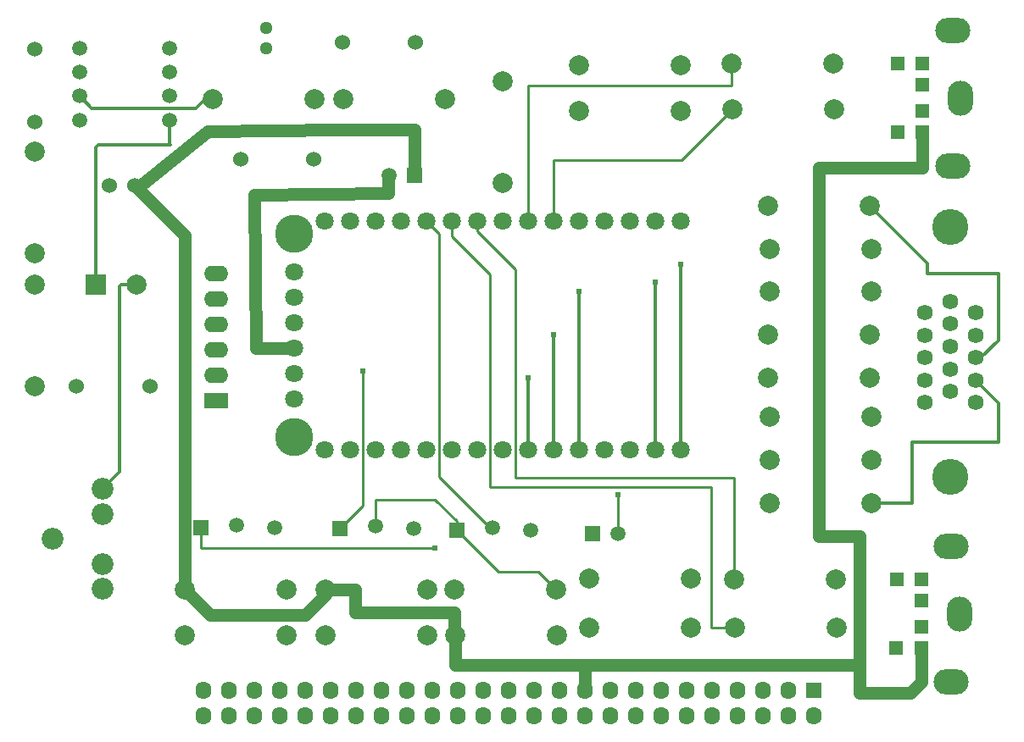
<source format=gtl>
G04 Layer: TopLayer*
G04 EasyEDA v6.5.39, 2024-10-15 13:45:21*
G04 028e3914a6f949ed9ca799ef75e4ed4f,10*
G04 Gerber Generator version 0.2*
G04 Scale: 100 percent, Rotated: No, Reflected: No *
G04 Dimensions in inches *
G04 leading zeros omitted , absolute positions ,3 integer and 6 decimal *
%FSLAX36Y36*%
%MOIN*%

%ADD10C,0.0500*%
%ADD11C,0.0100*%
%ADD12C,0.0120*%
%ADD13R,0.0591X0.0591*%
%ADD14C,0.0591*%
%ADD15C,0.0787*%
%ADD16O,0.094488X0.06299199999999999*%
%ADD17R,0.0945X0.0630*%
%ADD18C,0.0590*%
%ADD19R,0.0590X0.0590*%
%ADD20C,0.1417*%
%ADD21C,0.0627*%
%ADD22C,0.0600*%
%ADD23C,0.0512*%
%ADD24R,0.0787X0.0787*%
%ADD25C,0.0860*%
%ADD26C,0.0598*%
%ADD27C,0.0709*%
%ADD28C,0.1500*%
%ADD29O,0.062X0.07*%
%ADD30R,0.0620X0.0620*%
%ADD31O,0.138X0.1*%
%ADD32O,0.1X0.138*%
%ADD33R,0.0560X0.0560*%
%ADD34C,0.0240*%
%ADD35C,0.0200*%

%LPD*%
D10*
X2250000Y-2700000D02*
G01*
X2250000Y-2600000D01*
X3330000Y-2600000D02*
G01*
X3330000Y-2710000D01*
X3530000Y-2710000D01*
X3571999Y-2668000D01*
X3571999Y-2534000D01*
X2250000Y-2600000D02*
G01*
X3330000Y-2600000D01*
X3330000Y-2095000D01*
X3170000Y-2095000D01*
X3170000Y-645000D01*
X3575000Y-645000D01*
X3576999Y-504000D01*
D11*
X1660000Y-2140000D02*
G01*
X740000Y-2140000D01*
X740000Y-2060000D01*
X2380000Y-1930000D02*
G01*
X2380000Y-2085000D01*
X1375000Y-1445000D02*
G01*
X1375000Y-1975000D01*
X1285000Y-2065000D01*
D12*
X2625000Y-1755000D02*
G01*
X2625000Y-1025000D01*
X326260Y-1105000D02*
G01*
X325000Y-1103739D01*
X325000Y-565000D01*
X335000Y-555000D01*
X620000Y-555000D01*
X617159Y-552159D01*
X617159Y-456730D01*
X353499Y-1908000D02*
G01*
X420000Y-1841500D01*
X420000Y-1110000D01*
X425000Y-1105000D01*
X487680Y-1105000D01*
X3785000Y-1392150D02*
G01*
X3807849Y-1392150D01*
X3875000Y-1325000D01*
X3875000Y-1060000D01*
X3595000Y-1060000D01*
X3595000Y-1020000D01*
X3370000Y-795000D01*
X3795000Y-1467871D02*
G01*
X3795000Y-1470729D01*
X3785000Y-1480729D01*
X3875000Y-1570729D01*
X3875000Y-1725000D01*
X3535000Y-1725000D01*
X3535000Y-1965000D01*
X3375000Y-1965000D01*
X262829Y-362240D02*
G01*
X310590Y-410000D01*
X720000Y-410000D01*
X755000Y-375000D01*
X785000Y-375000D01*
X2025000Y-1755000D02*
G01*
X2025000Y-1470000D01*
X2125000Y-1755000D02*
G01*
X2125000Y-1300000D01*
X2225000Y-1755000D02*
G01*
X2225000Y-1130000D01*
X2525000Y-1755000D02*
G01*
X2525000Y-1090000D01*
D11*
X2825000Y-235000D02*
G01*
X2825000Y-320000D01*
X2025000Y-320000D01*
X2025000Y-855000D01*
X2830000Y-415000D02*
G01*
X2630000Y-615000D01*
X2125000Y-615000D01*
X2125000Y-855000D01*
X1825000Y-855000D02*
G01*
X1825000Y-895000D01*
X1975000Y-1045000D01*
X1975000Y-1865000D01*
X2835000Y-1865000D01*
X2835000Y-2265000D01*
X1725000Y-855000D02*
G01*
X1725000Y-915000D01*
X1875000Y-1065000D01*
X1875000Y-1900000D01*
X2745000Y-1900000D01*
X2745000Y-2455000D01*
X2840000Y-2455000D01*
X1885000Y-2060000D02*
G01*
X1875000Y-2060000D01*
X1675000Y-1860000D01*
X1675000Y-905000D01*
X1625000Y-855000D01*
X1745000Y-2070000D02*
G01*
X1745000Y-2035000D01*
X1660000Y-1950000D01*
X1425000Y-1950000D01*
X1425000Y-2055000D01*
X1745000Y-2070000D02*
G01*
X1910000Y-2235000D01*
X2065000Y-2235000D01*
X2135000Y-2305000D01*
D10*
X1740000Y-2485000D02*
G01*
X1740000Y-2600000D01*
X2250000Y-2600000D01*
X1230000Y-2305000D02*
G01*
X1345000Y-2305000D01*
X1345000Y-2395000D01*
X1735000Y-2395000D01*
X1735000Y-2480000D01*
X1740000Y-2485000D01*
X675000Y-2305000D02*
G01*
X775000Y-2405000D01*
X1150000Y-2405000D01*
X1230000Y-2325000D01*
X1230000Y-2305000D01*
X479209Y-715000D02*
G01*
X675000Y-910790D01*
X675000Y-2305000D01*
X1580000Y-675000D02*
G01*
X1580000Y-495000D01*
X1275000Y-495000D01*
X765000Y-500000D01*
X489209Y-725000D01*
X479209Y-715000D01*
X1105000Y-1355000D02*
G01*
X955000Y-1355000D01*
X950000Y-750000D01*
X1475000Y-745000D01*
X1475000Y-680000D01*
X1480000Y-675000D01*
D13*
G01*
X1745000Y-2070000D03*
D14*
G01*
X1885000Y-2060000D03*
G01*
X2035000Y-2070000D03*
D15*
G01*
X1735000Y-2305000D03*
G01*
X2135000Y-2305000D03*
G01*
X1740000Y-2485000D03*
G01*
X2140000Y-2485000D03*
D16*
G01*
X800000Y-1060000D03*
G01*
X800000Y-1160000D03*
G01*
X800000Y-1260000D03*
G01*
X800000Y-1360000D03*
G01*
X800000Y-1460000D03*
D17*
G01*
X800000Y-1560000D03*
D18*
G01*
X2380000Y-2085000D03*
D19*
G01*
X2280000Y-2085000D03*
D18*
G01*
X1480000Y-675000D03*
D19*
G01*
X1580000Y-675000D03*
D20*
G01*
X3685000Y-1862159D03*
G01*
X3685000Y-877899D03*
D21*
G01*
X3585000Y-1569340D03*
G01*
X3585000Y-1480760D03*
G01*
X3585000Y-1392179D03*
G01*
X3585000Y-1303600D03*
G01*
X3585000Y-1215010D03*
G01*
X3685000Y-1525050D03*
G01*
X3685000Y-1436469D03*
G01*
X3685000Y-1347890D03*
G01*
X3685000Y-1259310D03*
G01*
X3685000Y-1170720D03*
G01*
X3785000Y-1569340D03*
G01*
X3785000Y-1480760D03*
G01*
X3785000Y-1392179D03*
G01*
X3785000Y-1303600D03*
G01*
X3785000Y-1215010D03*
D22*
G01*
X1583699Y-150000D03*
G01*
X1296300Y-150000D03*
G01*
X896300Y-610000D03*
G01*
X1183699Y-610000D03*
G01*
X85000Y-176300D03*
G01*
X85000Y-463699D03*
G01*
X251300Y-1505000D03*
G01*
X538699Y-1505000D03*
D23*
G01*
X995000Y-95630D03*
G01*
X995000Y-174369D03*
D22*
G01*
X479209Y-715000D03*
G01*
X380790Y-715000D03*
D24*
G01*
X326260Y-1105000D03*
D15*
G01*
X487680Y-1105000D03*
D25*
G01*
X156500Y-2105000D03*
G01*
X353499Y-2006999D03*
G01*
X353499Y-1908000D03*
G01*
X353499Y-2203000D03*
G01*
X353499Y-2301999D03*
D26*
G01*
X262829Y-173270D03*
G01*
X262829Y-267759D03*
G01*
X262829Y-362240D03*
G01*
X262829Y-456729D03*
G01*
X617159Y-456729D03*
G01*
X617159Y-362240D03*
G01*
X617159Y-267759D03*
G01*
X617159Y-173270D03*
D27*
G01*
X1225000Y-1755000D03*
G01*
X1325000Y-1755000D03*
G01*
X1425000Y-1755000D03*
G01*
X1525000Y-1755000D03*
G01*
X1625000Y-1755000D03*
G01*
X1725000Y-1755000D03*
G01*
X1825000Y-1755000D03*
G01*
X1925000Y-1755000D03*
G01*
X2025000Y-1755000D03*
G01*
X2125000Y-1755000D03*
G01*
X2225000Y-1755000D03*
G01*
X2325000Y-1755000D03*
G01*
X2425000Y-1755000D03*
G01*
X2525000Y-1755000D03*
G01*
X2625000Y-1755000D03*
G01*
X2625000Y-855000D03*
G01*
X2525000Y-855000D03*
G01*
X2425000Y-855000D03*
G01*
X2325000Y-855000D03*
G01*
X2225000Y-855000D03*
G01*
X2125000Y-855000D03*
G01*
X2025000Y-855000D03*
G01*
X1925000Y-855000D03*
G01*
X1825000Y-855000D03*
G01*
X1725000Y-855000D03*
G01*
X1625000Y-855000D03*
G01*
X1525000Y-855000D03*
G01*
X1425000Y-855000D03*
G01*
X1325000Y-855000D03*
G01*
X1225000Y-855000D03*
G01*
X1105000Y-1055000D03*
G01*
X1105000Y-1155000D03*
G01*
X1105000Y-1255000D03*
G01*
X1105000Y-1355000D03*
G01*
X1105000Y-1455000D03*
G01*
X1105000Y-1555000D03*
D28*
G01*
X1105000Y-905000D03*
G01*
X1105000Y-1705000D03*
D29*
G01*
X2950000Y-2800000D03*
G01*
X2950000Y-2700000D03*
G01*
X3050000Y-2800000D03*
G01*
X3050000Y-2700000D03*
G01*
X3150000Y-2800000D03*
D30*
G01*
X3150000Y-2700000D03*
D29*
G01*
X2850000Y-2700000D03*
G01*
X2850000Y-2800000D03*
G01*
X2750000Y-2700000D03*
G01*
X2750000Y-2800000D03*
G01*
X2650000Y-2700000D03*
G01*
X2650000Y-2800000D03*
G01*
X2550000Y-2700000D03*
G01*
X2550000Y-2800000D03*
G01*
X2450000Y-2700000D03*
G01*
X2450000Y-2800000D03*
G01*
X2350000Y-2700000D03*
G01*
X2350000Y-2800000D03*
G01*
X2250000Y-2700000D03*
G01*
X2250000Y-2800000D03*
G01*
X2150000Y-2700000D03*
G01*
X2150000Y-2800000D03*
G01*
X2050000Y-2700000D03*
G01*
X2050000Y-2800000D03*
G01*
X1950000Y-2700000D03*
G01*
X1950000Y-2800000D03*
G01*
X1850000Y-2800000D03*
G01*
X1750000Y-2800000D03*
G01*
X1850000Y-2700000D03*
G01*
X1750000Y-2700000D03*
G01*
X1650000Y-2700000D03*
G01*
X1550000Y-2700000D03*
G01*
X1450000Y-2700000D03*
G01*
X1350000Y-2700000D03*
G01*
X1250000Y-2700000D03*
G01*
X1150000Y-2700000D03*
G01*
X1050000Y-2700000D03*
G01*
X950000Y-2700000D03*
G01*
X850000Y-2700000D03*
G01*
X750000Y-2700000D03*
G01*
X1650000Y-2800000D03*
G01*
X1550000Y-2800000D03*
G01*
X1450000Y-2800000D03*
G01*
X1350000Y-2800000D03*
G01*
X1250000Y-2800000D03*
G01*
X1150000Y-2800000D03*
G01*
X1050000Y-2800000D03*
G01*
X950000Y-2800000D03*
G01*
X850000Y-2800000D03*
G01*
X750000Y-2800000D03*
D31*
G01*
X3695000Y-638000D03*
G01*
X3695000Y-104000D03*
D32*
G01*
X3726999Y-370000D03*
D33*
G01*
X3576999Y-420999D03*
G01*
X3576999Y-319000D03*
G01*
X3576999Y-235999D03*
G01*
X3576999Y-504000D03*
G01*
X3478999Y-504000D03*
G01*
X3481000Y-235999D03*
D31*
G01*
X3690000Y-2668000D03*
G01*
X3690000Y-2134000D03*
D32*
G01*
X3721999Y-2400000D03*
D33*
G01*
X3571999Y-2450999D03*
G01*
X3571999Y-2349000D03*
G01*
X3571999Y-2265999D03*
G01*
X3571999Y-2534000D03*
G01*
X3473999Y-2534000D03*
G01*
X3476000Y-2265999D03*
D13*
G01*
X1285000Y-2065000D03*
D14*
G01*
X1425000Y-2055000D03*
G01*
X1575000Y-2065000D03*
D13*
G01*
X740000Y-2060000D03*
D14*
G01*
X880000Y-2050000D03*
G01*
X1030000Y-2060000D03*
D15*
G01*
X3370000Y-795000D03*
G01*
X2970000Y-795000D03*
G01*
X3375000Y-1965000D03*
G01*
X2975000Y-1965000D03*
G01*
X3375000Y-1130000D03*
G01*
X2975000Y-1130000D03*
G01*
X3375000Y-965000D03*
G01*
X2975000Y-965000D03*
G01*
X3370000Y-1470000D03*
G01*
X2970000Y-1470000D03*
G01*
X3370000Y-1300000D03*
G01*
X2970000Y-1300000D03*
G01*
X3375000Y-1795000D03*
G01*
X2975000Y-1795000D03*
G01*
X3375000Y-1625000D03*
G01*
X2975000Y-1625000D03*
G01*
X1230000Y-2485000D03*
G01*
X1630000Y-2485000D03*
G01*
X1230000Y-2305000D03*
G01*
X1630000Y-2305000D03*
G01*
X1075000Y-2485000D03*
G01*
X675000Y-2485000D03*
G01*
X675000Y-2305000D03*
G01*
X1075000Y-2305000D03*
G01*
X3230000Y-415000D03*
G01*
X2830000Y-415000D03*
G01*
X3225000Y-235000D03*
G01*
X2825000Y-235000D03*
G01*
X3240000Y-2455000D03*
G01*
X2840000Y-2455000D03*
G01*
X3235000Y-2265000D03*
G01*
X2835000Y-2265000D03*
G01*
X2625000Y-420000D03*
G01*
X2225000Y-420000D03*
G01*
X2625000Y-240000D03*
G01*
X2225000Y-240000D03*
G01*
X2665000Y-2455000D03*
G01*
X2265000Y-2455000D03*
G01*
X2665000Y-2260000D03*
G01*
X2265000Y-2260000D03*
G01*
X1925000Y-705000D03*
G01*
X1925000Y-305000D03*
G01*
X1700000Y-375000D03*
G01*
X1300000Y-375000D03*
G01*
X785000Y-375000D03*
G01*
X1185000Y-375000D03*
G01*
X85000Y-580000D03*
G01*
X85000Y-980000D03*
G01*
X85000Y-1105000D03*
G01*
X85000Y-1505000D03*
D34*
G01*
X2025000Y-1470000D03*
G01*
X2625000Y-1025000D03*
G01*
X2225000Y-1130000D03*
G01*
X2125000Y-1300000D03*
G01*
X2525000Y-1095000D03*
G01*
X1375000Y-1445000D03*
G01*
X2380000Y-1930000D03*
G01*
X1660000Y-2140000D03*
M02*

</source>
